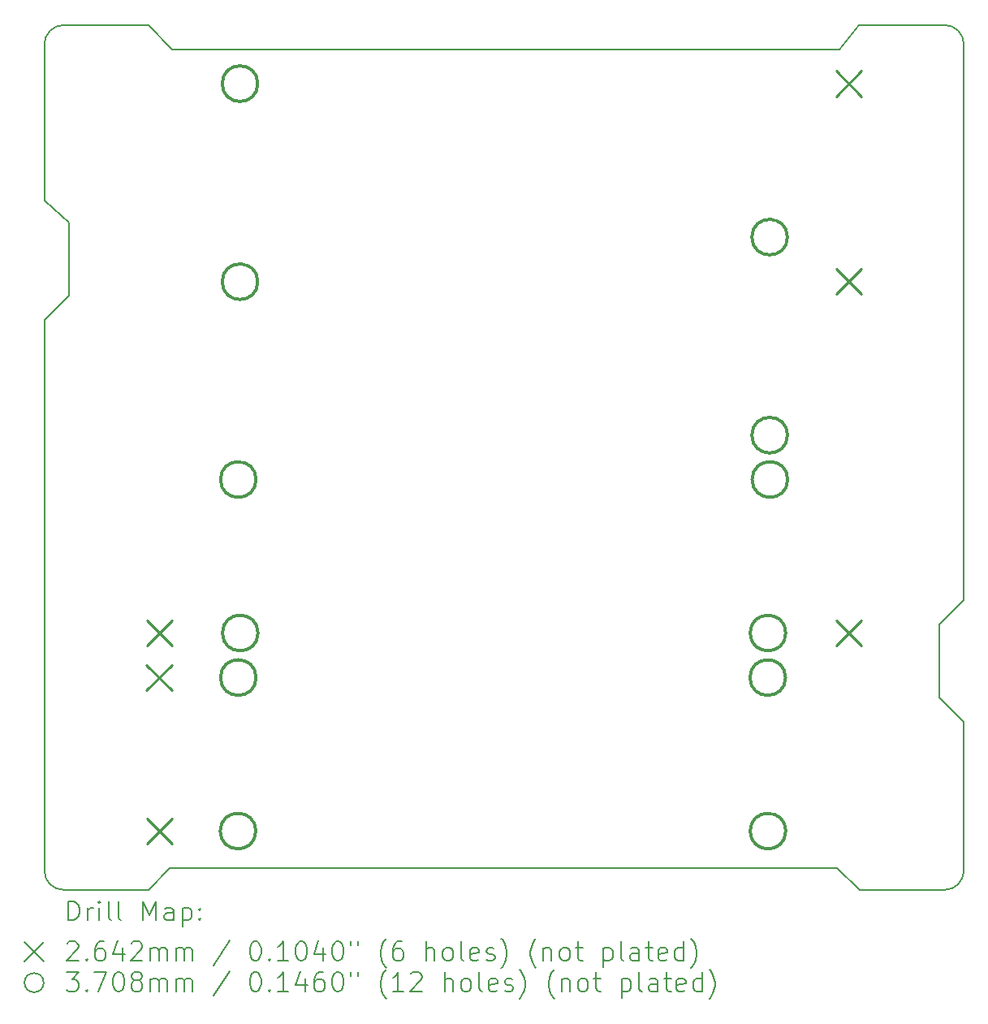
<source format=gbr>
%FSLAX45Y45*%
G04 Gerber Fmt 4.5, Leading zero omitted, Abs format (unit mm)*
G04 Created by KiCad (PCBNEW (6.0.5)) date 2022-07-09 20:36:01*
%MOMM*%
%LPD*%
G01*
G04 APERTURE LIST*
%TA.AperFunction,Profile*%
%ADD10C,0.150000*%
%TD*%
%ADD11C,0.200000*%
%ADD12C,0.264160*%
%ADD13C,0.370840*%
G04 APERTURE END LIST*
D10*
X5320030Y-14197990D02*
G75*
G03*
X5520030Y-14397990I200000J0D01*
G01*
X14708530Y-14397990D02*
G75*
G03*
X14908530Y-14197990I0J200000D01*
G01*
X14908530Y-5580990D02*
G75*
G03*
X14708530Y-5380990I-200000J0D01*
G01*
X5320030Y-8458200D02*
X5320030Y-14197990D01*
X5520030Y-5380990D02*
G75*
G03*
X5320030Y-5580990I0J-200000D01*
G01*
X5520030Y-14397990D02*
X6403950Y-14397990D01*
X14909800Y-11379200D02*
X14908530Y-5580990D01*
X13589000Y-14173200D02*
X6629400Y-14173200D01*
X6403950Y-14397990D02*
X6629400Y-14173200D01*
X14708530Y-14397990D02*
X13824610Y-14397990D01*
X6654800Y-5638800D02*
X6409690Y-5380990D01*
X13614400Y-5638800D02*
X6654800Y-5638800D01*
X13614400Y-5638800D02*
X13818870Y-5380990D01*
X14708530Y-5380990D02*
X13818870Y-5380990D01*
X6409690Y-5380990D02*
X5520030Y-5380990D01*
X5320030Y-7213600D02*
X5320030Y-5580990D01*
X14908530Y-14197990D02*
X14909800Y-12649200D01*
X14655800Y-12395200D02*
X14909800Y-12649200D01*
X14655800Y-11633200D02*
X14655800Y-12395200D01*
X5320030Y-8458200D02*
X5574030Y-8204200D01*
X13824610Y-14397990D02*
X13589000Y-14173200D01*
X5574030Y-7442200D02*
X5320030Y-7213600D01*
X5574030Y-8204200D02*
X5574030Y-7442200D01*
X14909800Y-11379200D02*
X14655800Y-11633200D01*
D11*
D12*
X6384290Y-12052300D02*
X6648450Y-12316460D01*
X6648450Y-12052300D02*
X6384290Y-12316460D01*
X6386830Y-11587480D02*
X6650990Y-11851640D01*
X6650990Y-11587480D02*
X6386830Y-11851640D01*
X6386830Y-13652500D02*
X6650990Y-13916660D01*
X6650990Y-13652500D02*
X6386830Y-13916660D01*
X13575030Y-5859780D02*
X13839190Y-6123940D01*
X13839190Y-5859780D02*
X13575030Y-6123940D01*
X13575030Y-7924800D02*
X13839190Y-8188960D01*
X13839190Y-7924800D02*
X13575030Y-8188960D01*
X13577570Y-11587480D02*
X13841730Y-11851640D01*
X13841730Y-11587480D02*
X13577570Y-11851640D01*
D13*
X7524750Y-13784580D02*
G75*
G03*
X7524750Y-13784580I-185420J0D01*
G01*
X7527290Y-10119360D02*
G75*
G03*
X7527290Y-10119360I-185420J0D01*
G01*
X7527290Y-12184380D02*
G75*
G03*
X7527290Y-12184380I-185420J0D01*
G01*
X7545070Y-5991860D02*
G75*
G03*
X7545070Y-5991860I-185420J0D01*
G01*
X7545070Y-8056880D02*
G75*
G03*
X7545070Y-8056880I-185420J0D01*
G01*
X7547610Y-11719560D02*
G75*
G03*
X7547610Y-11719560I-185420J0D01*
G01*
X13049250Y-12184380D02*
G75*
G03*
X13049250Y-12184380I-185420J0D01*
G01*
X13051790Y-11719560D02*
G75*
G03*
X13051790Y-11719560I-185420J0D01*
G01*
X13051790Y-13784580D02*
G75*
G03*
X13051790Y-13784580I-185420J0D01*
G01*
X13069570Y-7592060D02*
G75*
G03*
X13069570Y-7592060I-185420J0D01*
G01*
X13069570Y-9657080D02*
G75*
G03*
X13069570Y-9657080I-185420J0D01*
G01*
X13072110Y-10119360D02*
G75*
G03*
X13072110Y-10119360I-185420J0D01*
G01*
D11*
X5570149Y-14715966D02*
X5570149Y-14515966D01*
X5617768Y-14515966D01*
X5646339Y-14525490D01*
X5665387Y-14544538D01*
X5674911Y-14563585D01*
X5684435Y-14601680D01*
X5684435Y-14630252D01*
X5674911Y-14668347D01*
X5665387Y-14687395D01*
X5646339Y-14706442D01*
X5617768Y-14715966D01*
X5570149Y-14715966D01*
X5770149Y-14715966D02*
X5770149Y-14582633D01*
X5770149Y-14620728D02*
X5779673Y-14601680D01*
X5789197Y-14592157D01*
X5808244Y-14582633D01*
X5827292Y-14582633D01*
X5893958Y-14715966D02*
X5893958Y-14582633D01*
X5893958Y-14515966D02*
X5884435Y-14525490D01*
X5893958Y-14535014D01*
X5903482Y-14525490D01*
X5893958Y-14515966D01*
X5893958Y-14535014D01*
X6017768Y-14715966D02*
X5998720Y-14706442D01*
X5989197Y-14687395D01*
X5989197Y-14515966D01*
X6122530Y-14715966D02*
X6103482Y-14706442D01*
X6093958Y-14687395D01*
X6093958Y-14515966D01*
X6351101Y-14715966D02*
X6351101Y-14515966D01*
X6417768Y-14658823D01*
X6484435Y-14515966D01*
X6484435Y-14715966D01*
X6665387Y-14715966D02*
X6665387Y-14611204D01*
X6655863Y-14592157D01*
X6636816Y-14582633D01*
X6598720Y-14582633D01*
X6579673Y-14592157D01*
X6665387Y-14706442D02*
X6646339Y-14715966D01*
X6598720Y-14715966D01*
X6579673Y-14706442D01*
X6570149Y-14687395D01*
X6570149Y-14668347D01*
X6579673Y-14649299D01*
X6598720Y-14639776D01*
X6646339Y-14639776D01*
X6665387Y-14630252D01*
X6760625Y-14582633D02*
X6760625Y-14782633D01*
X6760625Y-14592157D02*
X6779673Y-14582633D01*
X6817768Y-14582633D01*
X6836816Y-14592157D01*
X6846339Y-14601680D01*
X6855863Y-14620728D01*
X6855863Y-14677871D01*
X6846339Y-14696918D01*
X6836816Y-14706442D01*
X6817768Y-14715966D01*
X6779673Y-14715966D01*
X6760625Y-14706442D01*
X6941578Y-14696918D02*
X6951101Y-14706442D01*
X6941578Y-14715966D01*
X6932054Y-14706442D01*
X6941578Y-14696918D01*
X6941578Y-14715966D01*
X6941578Y-14592157D02*
X6951101Y-14601680D01*
X6941578Y-14611204D01*
X6932054Y-14601680D01*
X6941578Y-14592157D01*
X6941578Y-14611204D01*
X5112530Y-14945490D02*
X5312530Y-15145490D01*
X5312530Y-14945490D02*
X5112530Y-15145490D01*
X5560625Y-14955014D02*
X5570149Y-14945490D01*
X5589197Y-14935966D01*
X5636816Y-14935966D01*
X5655863Y-14945490D01*
X5665387Y-14955014D01*
X5674911Y-14974061D01*
X5674911Y-14993109D01*
X5665387Y-15021680D01*
X5551101Y-15135966D01*
X5674911Y-15135966D01*
X5760625Y-15116918D02*
X5770149Y-15126442D01*
X5760625Y-15135966D01*
X5751101Y-15126442D01*
X5760625Y-15116918D01*
X5760625Y-15135966D01*
X5941578Y-14935966D02*
X5903482Y-14935966D01*
X5884435Y-14945490D01*
X5874911Y-14955014D01*
X5855863Y-14983585D01*
X5846339Y-15021680D01*
X5846339Y-15097871D01*
X5855863Y-15116918D01*
X5865387Y-15126442D01*
X5884435Y-15135966D01*
X5922530Y-15135966D01*
X5941578Y-15126442D01*
X5951101Y-15116918D01*
X5960625Y-15097871D01*
X5960625Y-15050252D01*
X5951101Y-15031204D01*
X5941578Y-15021680D01*
X5922530Y-15012157D01*
X5884435Y-15012157D01*
X5865387Y-15021680D01*
X5855863Y-15031204D01*
X5846339Y-15050252D01*
X6132054Y-15002633D02*
X6132054Y-15135966D01*
X6084435Y-14926442D02*
X6036816Y-15069299D01*
X6160625Y-15069299D01*
X6227292Y-14955014D02*
X6236816Y-14945490D01*
X6255863Y-14935966D01*
X6303482Y-14935966D01*
X6322530Y-14945490D01*
X6332054Y-14955014D01*
X6341578Y-14974061D01*
X6341578Y-14993109D01*
X6332054Y-15021680D01*
X6217768Y-15135966D01*
X6341578Y-15135966D01*
X6427292Y-15135966D02*
X6427292Y-15002633D01*
X6427292Y-15021680D02*
X6436816Y-15012157D01*
X6455863Y-15002633D01*
X6484435Y-15002633D01*
X6503482Y-15012157D01*
X6513006Y-15031204D01*
X6513006Y-15135966D01*
X6513006Y-15031204D02*
X6522530Y-15012157D01*
X6541578Y-15002633D01*
X6570149Y-15002633D01*
X6589197Y-15012157D01*
X6598720Y-15031204D01*
X6598720Y-15135966D01*
X6693958Y-15135966D02*
X6693958Y-15002633D01*
X6693958Y-15021680D02*
X6703482Y-15012157D01*
X6722530Y-15002633D01*
X6751101Y-15002633D01*
X6770149Y-15012157D01*
X6779673Y-15031204D01*
X6779673Y-15135966D01*
X6779673Y-15031204D02*
X6789197Y-15012157D01*
X6808244Y-15002633D01*
X6836816Y-15002633D01*
X6855863Y-15012157D01*
X6865387Y-15031204D01*
X6865387Y-15135966D01*
X7255863Y-14926442D02*
X7084435Y-15183585D01*
X7513006Y-14935966D02*
X7532054Y-14935966D01*
X7551101Y-14945490D01*
X7560625Y-14955014D01*
X7570149Y-14974061D01*
X7579673Y-15012157D01*
X7579673Y-15059776D01*
X7570149Y-15097871D01*
X7560625Y-15116918D01*
X7551101Y-15126442D01*
X7532054Y-15135966D01*
X7513006Y-15135966D01*
X7493958Y-15126442D01*
X7484435Y-15116918D01*
X7474911Y-15097871D01*
X7465387Y-15059776D01*
X7465387Y-15012157D01*
X7474911Y-14974061D01*
X7484435Y-14955014D01*
X7493958Y-14945490D01*
X7513006Y-14935966D01*
X7665387Y-15116918D02*
X7674911Y-15126442D01*
X7665387Y-15135966D01*
X7655863Y-15126442D01*
X7665387Y-15116918D01*
X7665387Y-15135966D01*
X7865387Y-15135966D02*
X7751101Y-15135966D01*
X7808244Y-15135966D02*
X7808244Y-14935966D01*
X7789197Y-14964538D01*
X7770149Y-14983585D01*
X7751101Y-14993109D01*
X7989197Y-14935966D02*
X8008244Y-14935966D01*
X8027292Y-14945490D01*
X8036816Y-14955014D01*
X8046339Y-14974061D01*
X8055863Y-15012157D01*
X8055863Y-15059776D01*
X8046339Y-15097871D01*
X8036816Y-15116918D01*
X8027292Y-15126442D01*
X8008244Y-15135966D01*
X7989197Y-15135966D01*
X7970149Y-15126442D01*
X7960625Y-15116918D01*
X7951101Y-15097871D01*
X7941578Y-15059776D01*
X7941578Y-15012157D01*
X7951101Y-14974061D01*
X7960625Y-14955014D01*
X7970149Y-14945490D01*
X7989197Y-14935966D01*
X8227292Y-15002633D02*
X8227292Y-15135966D01*
X8179673Y-14926442D02*
X8132054Y-15069299D01*
X8255863Y-15069299D01*
X8370149Y-14935966D02*
X8389197Y-14935966D01*
X8408244Y-14945490D01*
X8417768Y-14955014D01*
X8427292Y-14974061D01*
X8436816Y-15012157D01*
X8436816Y-15059776D01*
X8427292Y-15097871D01*
X8417768Y-15116918D01*
X8408244Y-15126442D01*
X8389197Y-15135966D01*
X8370149Y-15135966D01*
X8351101Y-15126442D01*
X8341578Y-15116918D01*
X8332054Y-15097871D01*
X8322530Y-15059776D01*
X8322530Y-15012157D01*
X8332054Y-14974061D01*
X8341578Y-14955014D01*
X8351101Y-14945490D01*
X8370149Y-14935966D01*
X8513006Y-14935966D02*
X8513006Y-14974061D01*
X8589197Y-14935966D02*
X8589197Y-14974061D01*
X8884435Y-15212157D02*
X8874911Y-15202633D01*
X8855863Y-15174061D01*
X8846340Y-15155014D01*
X8836816Y-15126442D01*
X8827292Y-15078823D01*
X8827292Y-15040728D01*
X8836816Y-14993109D01*
X8846340Y-14964538D01*
X8855863Y-14945490D01*
X8874911Y-14916918D01*
X8884435Y-14907395D01*
X9046340Y-14935966D02*
X9008244Y-14935966D01*
X8989197Y-14945490D01*
X8979673Y-14955014D01*
X8960625Y-14983585D01*
X8951101Y-15021680D01*
X8951101Y-15097871D01*
X8960625Y-15116918D01*
X8970149Y-15126442D01*
X8989197Y-15135966D01*
X9027292Y-15135966D01*
X9046340Y-15126442D01*
X9055863Y-15116918D01*
X9065387Y-15097871D01*
X9065387Y-15050252D01*
X9055863Y-15031204D01*
X9046340Y-15021680D01*
X9027292Y-15012157D01*
X8989197Y-15012157D01*
X8970149Y-15021680D01*
X8960625Y-15031204D01*
X8951101Y-15050252D01*
X9303482Y-15135966D02*
X9303482Y-14935966D01*
X9389197Y-15135966D02*
X9389197Y-15031204D01*
X9379673Y-15012157D01*
X9360625Y-15002633D01*
X9332054Y-15002633D01*
X9313006Y-15012157D01*
X9303482Y-15021680D01*
X9513006Y-15135966D02*
X9493959Y-15126442D01*
X9484435Y-15116918D01*
X9474911Y-15097871D01*
X9474911Y-15040728D01*
X9484435Y-15021680D01*
X9493959Y-15012157D01*
X9513006Y-15002633D01*
X9541578Y-15002633D01*
X9560625Y-15012157D01*
X9570149Y-15021680D01*
X9579673Y-15040728D01*
X9579673Y-15097871D01*
X9570149Y-15116918D01*
X9560625Y-15126442D01*
X9541578Y-15135966D01*
X9513006Y-15135966D01*
X9693959Y-15135966D02*
X9674911Y-15126442D01*
X9665387Y-15107395D01*
X9665387Y-14935966D01*
X9846340Y-15126442D02*
X9827292Y-15135966D01*
X9789197Y-15135966D01*
X9770149Y-15126442D01*
X9760625Y-15107395D01*
X9760625Y-15031204D01*
X9770149Y-15012157D01*
X9789197Y-15002633D01*
X9827292Y-15002633D01*
X9846340Y-15012157D01*
X9855863Y-15031204D01*
X9855863Y-15050252D01*
X9760625Y-15069299D01*
X9932054Y-15126442D02*
X9951101Y-15135966D01*
X9989197Y-15135966D01*
X10008244Y-15126442D01*
X10017768Y-15107395D01*
X10017768Y-15097871D01*
X10008244Y-15078823D01*
X9989197Y-15069299D01*
X9960625Y-15069299D01*
X9941578Y-15059776D01*
X9932054Y-15040728D01*
X9932054Y-15031204D01*
X9941578Y-15012157D01*
X9960625Y-15002633D01*
X9989197Y-15002633D01*
X10008244Y-15012157D01*
X10084435Y-15212157D02*
X10093959Y-15202633D01*
X10113006Y-15174061D01*
X10122530Y-15155014D01*
X10132054Y-15126442D01*
X10141578Y-15078823D01*
X10141578Y-15040728D01*
X10132054Y-14993109D01*
X10122530Y-14964538D01*
X10113006Y-14945490D01*
X10093959Y-14916918D01*
X10084435Y-14907395D01*
X10446340Y-15212157D02*
X10436816Y-15202633D01*
X10417768Y-15174061D01*
X10408244Y-15155014D01*
X10398720Y-15126442D01*
X10389197Y-15078823D01*
X10389197Y-15040728D01*
X10398720Y-14993109D01*
X10408244Y-14964538D01*
X10417768Y-14945490D01*
X10436816Y-14916918D01*
X10446340Y-14907395D01*
X10522530Y-15002633D02*
X10522530Y-15135966D01*
X10522530Y-15021680D02*
X10532054Y-15012157D01*
X10551101Y-15002633D01*
X10579673Y-15002633D01*
X10598720Y-15012157D01*
X10608244Y-15031204D01*
X10608244Y-15135966D01*
X10732054Y-15135966D02*
X10713006Y-15126442D01*
X10703482Y-15116918D01*
X10693959Y-15097871D01*
X10693959Y-15040728D01*
X10703482Y-15021680D01*
X10713006Y-15012157D01*
X10732054Y-15002633D01*
X10760625Y-15002633D01*
X10779673Y-15012157D01*
X10789197Y-15021680D01*
X10798720Y-15040728D01*
X10798720Y-15097871D01*
X10789197Y-15116918D01*
X10779673Y-15126442D01*
X10760625Y-15135966D01*
X10732054Y-15135966D01*
X10855863Y-15002633D02*
X10932054Y-15002633D01*
X10884435Y-14935966D02*
X10884435Y-15107395D01*
X10893959Y-15126442D01*
X10913006Y-15135966D01*
X10932054Y-15135966D01*
X11151101Y-15002633D02*
X11151101Y-15202633D01*
X11151101Y-15012157D02*
X11170149Y-15002633D01*
X11208244Y-15002633D01*
X11227292Y-15012157D01*
X11236816Y-15021680D01*
X11246339Y-15040728D01*
X11246339Y-15097871D01*
X11236816Y-15116918D01*
X11227292Y-15126442D01*
X11208244Y-15135966D01*
X11170149Y-15135966D01*
X11151101Y-15126442D01*
X11360625Y-15135966D02*
X11341578Y-15126442D01*
X11332054Y-15107395D01*
X11332054Y-14935966D01*
X11522530Y-15135966D02*
X11522530Y-15031204D01*
X11513006Y-15012157D01*
X11493958Y-15002633D01*
X11455863Y-15002633D01*
X11436816Y-15012157D01*
X11522530Y-15126442D02*
X11503482Y-15135966D01*
X11455863Y-15135966D01*
X11436816Y-15126442D01*
X11427292Y-15107395D01*
X11427292Y-15088347D01*
X11436816Y-15069299D01*
X11455863Y-15059776D01*
X11503482Y-15059776D01*
X11522530Y-15050252D01*
X11589197Y-15002633D02*
X11665387Y-15002633D01*
X11617768Y-14935966D02*
X11617768Y-15107395D01*
X11627292Y-15126442D01*
X11646339Y-15135966D01*
X11665387Y-15135966D01*
X11808244Y-15126442D02*
X11789197Y-15135966D01*
X11751101Y-15135966D01*
X11732054Y-15126442D01*
X11722530Y-15107395D01*
X11722530Y-15031204D01*
X11732054Y-15012157D01*
X11751101Y-15002633D01*
X11789197Y-15002633D01*
X11808244Y-15012157D01*
X11817768Y-15031204D01*
X11817768Y-15050252D01*
X11722530Y-15069299D01*
X11989197Y-15135966D02*
X11989197Y-14935966D01*
X11989197Y-15126442D02*
X11970149Y-15135966D01*
X11932054Y-15135966D01*
X11913006Y-15126442D01*
X11903482Y-15116918D01*
X11893958Y-15097871D01*
X11893958Y-15040728D01*
X11903482Y-15021680D01*
X11913006Y-15012157D01*
X11932054Y-15002633D01*
X11970149Y-15002633D01*
X11989197Y-15012157D01*
X12065387Y-15212157D02*
X12074911Y-15202633D01*
X12093958Y-15174061D01*
X12103482Y-15155014D01*
X12113006Y-15126442D01*
X12122530Y-15078823D01*
X12122530Y-15040728D01*
X12113006Y-14993109D01*
X12103482Y-14964538D01*
X12093958Y-14945490D01*
X12074911Y-14916918D01*
X12065387Y-14907395D01*
X5312530Y-15365490D02*
G75*
G03*
X5312530Y-15365490I-100000J0D01*
G01*
X5551101Y-15255966D02*
X5674911Y-15255966D01*
X5608244Y-15332157D01*
X5636816Y-15332157D01*
X5655863Y-15341680D01*
X5665387Y-15351204D01*
X5674911Y-15370252D01*
X5674911Y-15417871D01*
X5665387Y-15436918D01*
X5655863Y-15446442D01*
X5636816Y-15455966D01*
X5579673Y-15455966D01*
X5560625Y-15446442D01*
X5551101Y-15436918D01*
X5760625Y-15436918D02*
X5770149Y-15446442D01*
X5760625Y-15455966D01*
X5751101Y-15446442D01*
X5760625Y-15436918D01*
X5760625Y-15455966D01*
X5836816Y-15255966D02*
X5970149Y-15255966D01*
X5884435Y-15455966D01*
X6084435Y-15255966D02*
X6103482Y-15255966D01*
X6122530Y-15265490D01*
X6132054Y-15275014D01*
X6141578Y-15294061D01*
X6151101Y-15332157D01*
X6151101Y-15379776D01*
X6141578Y-15417871D01*
X6132054Y-15436918D01*
X6122530Y-15446442D01*
X6103482Y-15455966D01*
X6084435Y-15455966D01*
X6065387Y-15446442D01*
X6055863Y-15436918D01*
X6046339Y-15417871D01*
X6036816Y-15379776D01*
X6036816Y-15332157D01*
X6046339Y-15294061D01*
X6055863Y-15275014D01*
X6065387Y-15265490D01*
X6084435Y-15255966D01*
X6265387Y-15341680D02*
X6246339Y-15332157D01*
X6236816Y-15322633D01*
X6227292Y-15303585D01*
X6227292Y-15294061D01*
X6236816Y-15275014D01*
X6246339Y-15265490D01*
X6265387Y-15255966D01*
X6303482Y-15255966D01*
X6322530Y-15265490D01*
X6332054Y-15275014D01*
X6341578Y-15294061D01*
X6341578Y-15303585D01*
X6332054Y-15322633D01*
X6322530Y-15332157D01*
X6303482Y-15341680D01*
X6265387Y-15341680D01*
X6246339Y-15351204D01*
X6236816Y-15360728D01*
X6227292Y-15379776D01*
X6227292Y-15417871D01*
X6236816Y-15436918D01*
X6246339Y-15446442D01*
X6265387Y-15455966D01*
X6303482Y-15455966D01*
X6322530Y-15446442D01*
X6332054Y-15436918D01*
X6341578Y-15417871D01*
X6341578Y-15379776D01*
X6332054Y-15360728D01*
X6322530Y-15351204D01*
X6303482Y-15341680D01*
X6427292Y-15455966D02*
X6427292Y-15322633D01*
X6427292Y-15341680D02*
X6436816Y-15332157D01*
X6455863Y-15322633D01*
X6484435Y-15322633D01*
X6503482Y-15332157D01*
X6513006Y-15351204D01*
X6513006Y-15455966D01*
X6513006Y-15351204D02*
X6522530Y-15332157D01*
X6541578Y-15322633D01*
X6570149Y-15322633D01*
X6589197Y-15332157D01*
X6598720Y-15351204D01*
X6598720Y-15455966D01*
X6693958Y-15455966D02*
X6693958Y-15322633D01*
X6693958Y-15341680D02*
X6703482Y-15332157D01*
X6722530Y-15322633D01*
X6751101Y-15322633D01*
X6770149Y-15332157D01*
X6779673Y-15351204D01*
X6779673Y-15455966D01*
X6779673Y-15351204D02*
X6789197Y-15332157D01*
X6808244Y-15322633D01*
X6836816Y-15322633D01*
X6855863Y-15332157D01*
X6865387Y-15351204D01*
X6865387Y-15455966D01*
X7255863Y-15246442D02*
X7084435Y-15503585D01*
X7513006Y-15255966D02*
X7532054Y-15255966D01*
X7551101Y-15265490D01*
X7560625Y-15275014D01*
X7570149Y-15294061D01*
X7579673Y-15332157D01*
X7579673Y-15379776D01*
X7570149Y-15417871D01*
X7560625Y-15436918D01*
X7551101Y-15446442D01*
X7532054Y-15455966D01*
X7513006Y-15455966D01*
X7493958Y-15446442D01*
X7484435Y-15436918D01*
X7474911Y-15417871D01*
X7465387Y-15379776D01*
X7465387Y-15332157D01*
X7474911Y-15294061D01*
X7484435Y-15275014D01*
X7493958Y-15265490D01*
X7513006Y-15255966D01*
X7665387Y-15436918D02*
X7674911Y-15446442D01*
X7665387Y-15455966D01*
X7655863Y-15446442D01*
X7665387Y-15436918D01*
X7665387Y-15455966D01*
X7865387Y-15455966D02*
X7751101Y-15455966D01*
X7808244Y-15455966D02*
X7808244Y-15255966D01*
X7789197Y-15284538D01*
X7770149Y-15303585D01*
X7751101Y-15313109D01*
X8036816Y-15322633D02*
X8036816Y-15455966D01*
X7989197Y-15246442D02*
X7941578Y-15389299D01*
X8065387Y-15389299D01*
X8227292Y-15255966D02*
X8189197Y-15255966D01*
X8170149Y-15265490D01*
X8160625Y-15275014D01*
X8141578Y-15303585D01*
X8132054Y-15341680D01*
X8132054Y-15417871D01*
X8141578Y-15436918D01*
X8151101Y-15446442D01*
X8170149Y-15455966D01*
X8208244Y-15455966D01*
X8227292Y-15446442D01*
X8236816Y-15436918D01*
X8246339Y-15417871D01*
X8246339Y-15370252D01*
X8236816Y-15351204D01*
X8227292Y-15341680D01*
X8208244Y-15332157D01*
X8170149Y-15332157D01*
X8151101Y-15341680D01*
X8141578Y-15351204D01*
X8132054Y-15370252D01*
X8370149Y-15255966D02*
X8389197Y-15255966D01*
X8408244Y-15265490D01*
X8417768Y-15275014D01*
X8427292Y-15294061D01*
X8436816Y-15332157D01*
X8436816Y-15379776D01*
X8427292Y-15417871D01*
X8417768Y-15436918D01*
X8408244Y-15446442D01*
X8389197Y-15455966D01*
X8370149Y-15455966D01*
X8351101Y-15446442D01*
X8341578Y-15436918D01*
X8332054Y-15417871D01*
X8322530Y-15379776D01*
X8322530Y-15332157D01*
X8332054Y-15294061D01*
X8341578Y-15275014D01*
X8351101Y-15265490D01*
X8370149Y-15255966D01*
X8513006Y-15255966D02*
X8513006Y-15294061D01*
X8589197Y-15255966D02*
X8589197Y-15294061D01*
X8884435Y-15532157D02*
X8874911Y-15522633D01*
X8855863Y-15494061D01*
X8846340Y-15475014D01*
X8836816Y-15446442D01*
X8827292Y-15398823D01*
X8827292Y-15360728D01*
X8836816Y-15313109D01*
X8846340Y-15284538D01*
X8855863Y-15265490D01*
X8874911Y-15236918D01*
X8884435Y-15227395D01*
X9065387Y-15455966D02*
X8951101Y-15455966D01*
X9008244Y-15455966D02*
X9008244Y-15255966D01*
X8989197Y-15284538D01*
X8970149Y-15303585D01*
X8951101Y-15313109D01*
X9141578Y-15275014D02*
X9151101Y-15265490D01*
X9170149Y-15255966D01*
X9217768Y-15255966D01*
X9236816Y-15265490D01*
X9246340Y-15275014D01*
X9255863Y-15294061D01*
X9255863Y-15313109D01*
X9246340Y-15341680D01*
X9132054Y-15455966D01*
X9255863Y-15455966D01*
X9493959Y-15455966D02*
X9493959Y-15255966D01*
X9579673Y-15455966D02*
X9579673Y-15351204D01*
X9570149Y-15332157D01*
X9551101Y-15322633D01*
X9522530Y-15322633D01*
X9503482Y-15332157D01*
X9493959Y-15341680D01*
X9703482Y-15455966D02*
X9684435Y-15446442D01*
X9674911Y-15436918D01*
X9665387Y-15417871D01*
X9665387Y-15360728D01*
X9674911Y-15341680D01*
X9684435Y-15332157D01*
X9703482Y-15322633D01*
X9732054Y-15322633D01*
X9751101Y-15332157D01*
X9760625Y-15341680D01*
X9770149Y-15360728D01*
X9770149Y-15417871D01*
X9760625Y-15436918D01*
X9751101Y-15446442D01*
X9732054Y-15455966D01*
X9703482Y-15455966D01*
X9884435Y-15455966D02*
X9865387Y-15446442D01*
X9855863Y-15427395D01*
X9855863Y-15255966D01*
X10036816Y-15446442D02*
X10017768Y-15455966D01*
X9979673Y-15455966D01*
X9960625Y-15446442D01*
X9951101Y-15427395D01*
X9951101Y-15351204D01*
X9960625Y-15332157D01*
X9979673Y-15322633D01*
X10017768Y-15322633D01*
X10036816Y-15332157D01*
X10046340Y-15351204D01*
X10046340Y-15370252D01*
X9951101Y-15389299D01*
X10122530Y-15446442D02*
X10141578Y-15455966D01*
X10179673Y-15455966D01*
X10198720Y-15446442D01*
X10208244Y-15427395D01*
X10208244Y-15417871D01*
X10198720Y-15398823D01*
X10179673Y-15389299D01*
X10151101Y-15389299D01*
X10132054Y-15379776D01*
X10122530Y-15360728D01*
X10122530Y-15351204D01*
X10132054Y-15332157D01*
X10151101Y-15322633D01*
X10179673Y-15322633D01*
X10198720Y-15332157D01*
X10274911Y-15532157D02*
X10284435Y-15522633D01*
X10303482Y-15494061D01*
X10313006Y-15475014D01*
X10322530Y-15446442D01*
X10332054Y-15398823D01*
X10332054Y-15360728D01*
X10322530Y-15313109D01*
X10313006Y-15284538D01*
X10303482Y-15265490D01*
X10284435Y-15236918D01*
X10274911Y-15227395D01*
X10636816Y-15532157D02*
X10627292Y-15522633D01*
X10608244Y-15494061D01*
X10598720Y-15475014D01*
X10589197Y-15446442D01*
X10579673Y-15398823D01*
X10579673Y-15360728D01*
X10589197Y-15313109D01*
X10598720Y-15284538D01*
X10608244Y-15265490D01*
X10627292Y-15236918D01*
X10636816Y-15227395D01*
X10713006Y-15322633D02*
X10713006Y-15455966D01*
X10713006Y-15341680D02*
X10722530Y-15332157D01*
X10741578Y-15322633D01*
X10770149Y-15322633D01*
X10789197Y-15332157D01*
X10798720Y-15351204D01*
X10798720Y-15455966D01*
X10922530Y-15455966D02*
X10903482Y-15446442D01*
X10893959Y-15436918D01*
X10884435Y-15417871D01*
X10884435Y-15360728D01*
X10893959Y-15341680D01*
X10903482Y-15332157D01*
X10922530Y-15322633D01*
X10951101Y-15322633D01*
X10970149Y-15332157D01*
X10979673Y-15341680D01*
X10989197Y-15360728D01*
X10989197Y-15417871D01*
X10979673Y-15436918D01*
X10970149Y-15446442D01*
X10951101Y-15455966D01*
X10922530Y-15455966D01*
X11046340Y-15322633D02*
X11122530Y-15322633D01*
X11074911Y-15255966D02*
X11074911Y-15427395D01*
X11084435Y-15446442D01*
X11103482Y-15455966D01*
X11122530Y-15455966D01*
X11341578Y-15322633D02*
X11341578Y-15522633D01*
X11341578Y-15332157D02*
X11360625Y-15322633D01*
X11398720Y-15322633D01*
X11417768Y-15332157D01*
X11427292Y-15341680D01*
X11436816Y-15360728D01*
X11436816Y-15417871D01*
X11427292Y-15436918D01*
X11417768Y-15446442D01*
X11398720Y-15455966D01*
X11360625Y-15455966D01*
X11341578Y-15446442D01*
X11551101Y-15455966D02*
X11532054Y-15446442D01*
X11522530Y-15427395D01*
X11522530Y-15255966D01*
X11713006Y-15455966D02*
X11713006Y-15351204D01*
X11703482Y-15332157D01*
X11684435Y-15322633D01*
X11646339Y-15322633D01*
X11627292Y-15332157D01*
X11713006Y-15446442D02*
X11693958Y-15455966D01*
X11646339Y-15455966D01*
X11627292Y-15446442D01*
X11617768Y-15427395D01*
X11617768Y-15408347D01*
X11627292Y-15389299D01*
X11646339Y-15379776D01*
X11693958Y-15379776D01*
X11713006Y-15370252D01*
X11779673Y-15322633D02*
X11855863Y-15322633D01*
X11808244Y-15255966D02*
X11808244Y-15427395D01*
X11817768Y-15446442D01*
X11836816Y-15455966D01*
X11855863Y-15455966D01*
X11998720Y-15446442D02*
X11979673Y-15455966D01*
X11941578Y-15455966D01*
X11922530Y-15446442D01*
X11913006Y-15427395D01*
X11913006Y-15351204D01*
X11922530Y-15332157D01*
X11941578Y-15322633D01*
X11979673Y-15322633D01*
X11998720Y-15332157D01*
X12008244Y-15351204D01*
X12008244Y-15370252D01*
X11913006Y-15389299D01*
X12179673Y-15455966D02*
X12179673Y-15255966D01*
X12179673Y-15446442D02*
X12160625Y-15455966D01*
X12122530Y-15455966D01*
X12103482Y-15446442D01*
X12093958Y-15436918D01*
X12084435Y-15417871D01*
X12084435Y-15360728D01*
X12093958Y-15341680D01*
X12103482Y-15332157D01*
X12122530Y-15322633D01*
X12160625Y-15322633D01*
X12179673Y-15332157D01*
X12255863Y-15532157D02*
X12265387Y-15522633D01*
X12284435Y-15494061D01*
X12293958Y-15475014D01*
X12303482Y-15446442D01*
X12313006Y-15398823D01*
X12313006Y-15360728D01*
X12303482Y-15313109D01*
X12293958Y-15284538D01*
X12284435Y-15265490D01*
X12265387Y-15236918D01*
X12255863Y-15227395D01*
M02*

</source>
